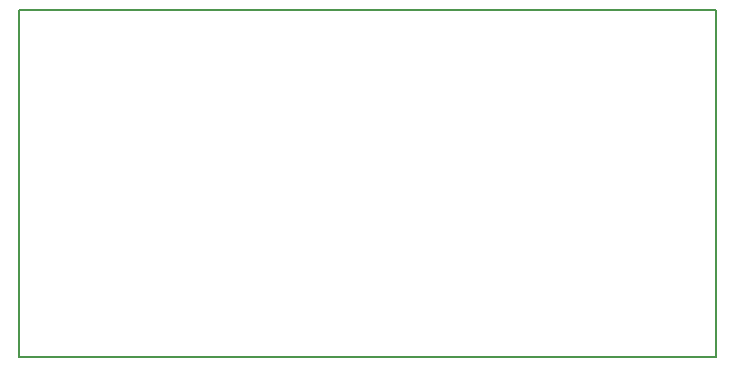
<source format=gbo>
G75*
G70*
%OFA0B0*%
%FSLAX24Y24*%
%IPPOS*%
%LPD*%
%AMOC8*
5,1,8,0,0,1.08239X$1,22.5*
%
%ADD10C,0.0080*%
D10*
X001620Y001620D02*
X001620Y013190D01*
X024862Y013190D01*
X024862Y001620D01*
X001620Y001620D01*
M02*

</source>
